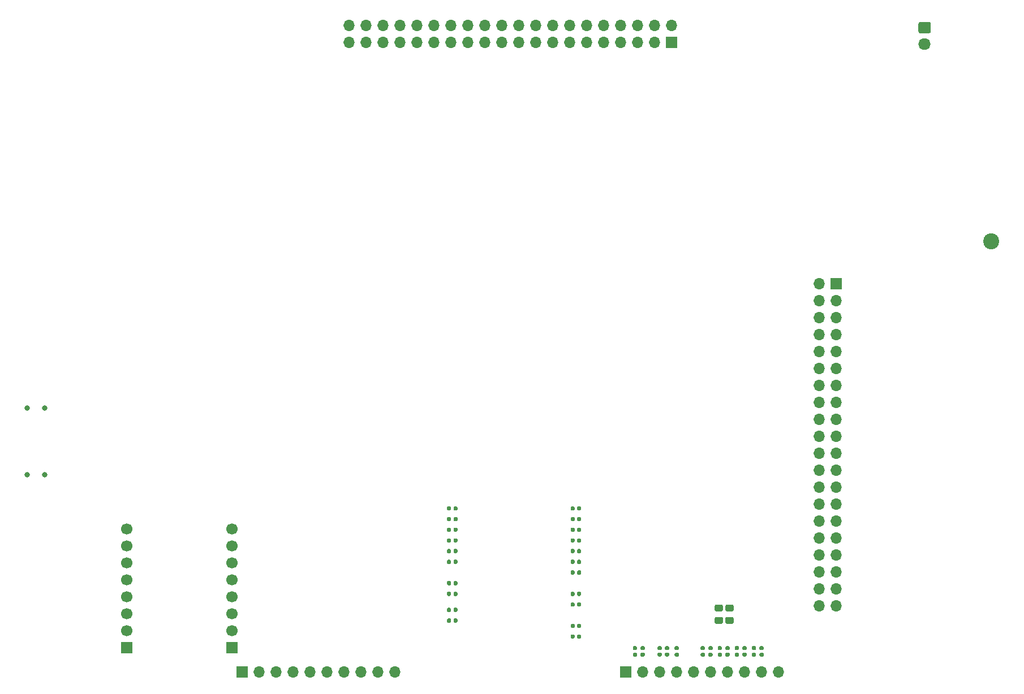
<source format=gbr>
%TF.GenerationSoftware,KiCad,Pcbnew,(5.1.7)-1*%
%TF.CreationDate,2020-11-04T13:13:29+09:00*%
%TF.ProjectId,FlightComputer,466c6967-6874-4436-9f6d-70757465722e,rev?*%
%TF.SameCoordinates,Original*%
%TF.FileFunction,Soldermask,Bot*%
%TF.FilePolarity,Negative*%
%FSLAX46Y46*%
G04 Gerber Fmt 4.6, Leading zero omitted, Abs format (unit mm)*
G04 Created by KiCad (PCBNEW (5.1.7)-1) date 2020-11-04 13:13:29*
%MOMM*%
%LPD*%
G01*
G04 APERTURE LIST*
%ADD10R,1.700000X1.700000*%
%ADD11C,1.700000*%
%ADD12C,0.800000*%
%ADD13O,1.700000X1.700000*%
%ADD14O,1.850000X1.700000*%
%ADD15C,2.400000*%
G04 APERTURE END LIST*
D10*
%TO.C,M3*%
X16630000Y-95890000D03*
D11*
X16630000Y-93350000D03*
X16630000Y-90810000D03*
X16630000Y-88270000D03*
X16630000Y-85730000D03*
X16630000Y-83190000D03*
X16630000Y-80650000D03*
X16630000Y-78110000D03*
%TD*%
%TO.C,M2*%
X32330000Y-78110000D03*
X32330000Y-80650000D03*
X32330000Y-83190000D03*
X32330000Y-85730000D03*
X32330000Y-88270000D03*
X32330000Y-90810000D03*
X32330000Y-93350000D03*
D10*
X32330000Y-95890000D03*
%TD*%
D12*
%TO.C,SW11*%
X4325000Y-60000000D03*
X1675000Y-60000000D03*
%TD*%
%TO.C,SW10*%
X4325000Y-70000000D03*
X1675000Y-70000000D03*
%TD*%
%TO.C,R94*%
G36*
G01*
X65110000Y-81252500D02*
X65110000Y-81597500D01*
G75*
G02*
X64962500Y-81745000I-147500J0D01*
G01*
X64667500Y-81745000D01*
G75*
G02*
X64520000Y-81597500I0J147500D01*
G01*
X64520000Y-81252500D01*
G75*
G02*
X64667500Y-81105000I147500J0D01*
G01*
X64962500Y-81105000D01*
G75*
G02*
X65110000Y-81252500I0J-147500D01*
G01*
G37*
G36*
G01*
X66080000Y-81252500D02*
X66080000Y-81597500D01*
G75*
G02*
X65932500Y-81745000I-147500J0D01*
G01*
X65637500Y-81745000D01*
G75*
G02*
X65490000Y-81597500I0J147500D01*
G01*
X65490000Y-81252500D01*
G75*
G02*
X65637500Y-81105000I147500J0D01*
G01*
X65932500Y-81105000D01*
G75*
G02*
X66080000Y-81252500I0J-147500D01*
G01*
G37*
%TD*%
%TO.C,R91*%
G36*
G01*
X83990000Y-81597500D02*
X83990000Y-81252500D01*
G75*
G02*
X84137500Y-81105000I147500J0D01*
G01*
X84432500Y-81105000D01*
G75*
G02*
X84580000Y-81252500I0J-147500D01*
G01*
X84580000Y-81597500D01*
G75*
G02*
X84432500Y-81745000I-147500J0D01*
G01*
X84137500Y-81745000D01*
G75*
G02*
X83990000Y-81597500I0J147500D01*
G01*
G37*
G36*
G01*
X83020000Y-81597500D02*
X83020000Y-81252500D01*
G75*
G02*
X83167500Y-81105000I147500J0D01*
G01*
X83462500Y-81105000D01*
G75*
G02*
X83610000Y-81252500I0J-147500D01*
G01*
X83610000Y-81597500D01*
G75*
G02*
X83462500Y-81745000I-147500J0D01*
G01*
X83167500Y-81745000D01*
G75*
G02*
X83020000Y-81597500I0J147500D01*
G01*
G37*
%TD*%
%TO.C,R89*%
G36*
G01*
X83990000Y-83197500D02*
X83990000Y-82852500D01*
G75*
G02*
X84137500Y-82705000I147500J0D01*
G01*
X84432500Y-82705000D01*
G75*
G02*
X84580000Y-82852500I0J-147500D01*
G01*
X84580000Y-83197500D01*
G75*
G02*
X84432500Y-83345000I-147500J0D01*
G01*
X84137500Y-83345000D01*
G75*
G02*
X83990000Y-83197500I0J147500D01*
G01*
G37*
G36*
G01*
X83020000Y-83197500D02*
X83020000Y-82852500D01*
G75*
G02*
X83167500Y-82705000I147500J0D01*
G01*
X83462500Y-82705000D01*
G75*
G02*
X83610000Y-82852500I0J-147500D01*
G01*
X83610000Y-83197500D01*
G75*
G02*
X83462500Y-83345000I-147500J0D01*
G01*
X83167500Y-83345000D01*
G75*
G02*
X83020000Y-83197500I0J147500D01*
G01*
G37*
%TD*%
%TO.C,R88*%
G36*
G01*
X65110000Y-82852500D02*
X65110000Y-83197500D01*
G75*
G02*
X64962500Y-83345000I-147500J0D01*
G01*
X64667500Y-83345000D01*
G75*
G02*
X64520000Y-83197500I0J147500D01*
G01*
X64520000Y-82852500D01*
G75*
G02*
X64667500Y-82705000I147500J0D01*
G01*
X64962500Y-82705000D01*
G75*
G02*
X65110000Y-82852500I0J-147500D01*
G01*
G37*
G36*
G01*
X66080000Y-82852500D02*
X66080000Y-83197500D01*
G75*
G02*
X65932500Y-83345000I-147500J0D01*
G01*
X65637500Y-83345000D01*
G75*
G02*
X65490000Y-83197500I0J147500D01*
G01*
X65490000Y-82852500D01*
G75*
G02*
X65637500Y-82705000I147500J0D01*
G01*
X65932500Y-82705000D01*
G75*
G02*
X66080000Y-82852500I0J-147500D01*
G01*
G37*
%TD*%
%TO.C,R85*%
G36*
G01*
X83990000Y-79997500D02*
X83990000Y-79652500D01*
G75*
G02*
X84137500Y-79505000I147500J0D01*
G01*
X84432500Y-79505000D01*
G75*
G02*
X84580000Y-79652500I0J-147500D01*
G01*
X84580000Y-79997500D01*
G75*
G02*
X84432500Y-80145000I-147500J0D01*
G01*
X84137500Y-80145000D01*
G75*
G02*
X83990000Y-79997500I0J147500D01*
G01*
G37*
G36*
G01*
X83020000Y-79997500D02*
X83020000Y-79652500D01*
G75*
G02*
X83167500Y-79505000I147500J0D01*
G01*
X83462500Y-79505000D01*
G75*
G02*
X83610000Y-79652500I0J-147500D01*
G01*
X83610000Y-79997500D01*
G75*
G02*
X83462500Y-80145000I-147500J0D01*
G01*
X83167500Y-80145000D01*
G75*
G02*
X83020000Y-79997500I0J147500D01*
G01*
G37*
%TD*%
%TO.C,R82*%
G36*
G01*
X65490000Y-91997500D02*
X65490000Y-91652500D01*
G75*
G02*
X65637500Y-91505000I147500J0D01*
G01*
X65932500Y-91505000D01*
G75*
G02*
X66080000Y-91652500I0J-147500D01*
G01*
X66080000Y-91997500D01*
G75*
G02*
X65932500Y-92145000I-147500J0D01*
G01*
X65637500Y-92145000D01*
G75*
G02*
X65490000Y-91997500I0J147500D01*
G01*
G37*
G36*
G01*
X64520000Y-91997500D02*
X64520000Y-91652500D01*
G75*
G02*
X64667500Y-91505000I147500J0D01*
G01*
X64962500Y-91505000D01*
G75*
G02*
X65110000Y-91652500I0J-147500D01*
G01*
X65110000Y-91997500D01*
G75*
G02*
X64962500Y-92145000I-147500J0D01*
G01*
X64667500Y-92145000D01*
G75*
G02*
X64520000Y-91997500I0J147500D01*
G01*
G37*
%TD*%
%TO.C,R80*%
G36*
G01*
X65490000Y-90397500D02*
X65490000Y-90052500D01*
G75*
G02*
X65637500Y-89905000I147500J0D01*
G01*
X65932500Y-89905000D01*
G75*
G02*
X66080000Y-90052500I0J-147500D01*
G01*
X66080000Y-90397500D01*
G75*
G02*
X65932500Y-90545000I-147500J0D01*
G01*
X65637500Y-90545000D01*
G75*
G02*
X65490000Y-90397500I0J147500D01*
G01*
G37*
G36*
G01*
X64520000Y-90397500D02*
X64520000Y-90052500D01*
G75*
G02*
X64667500Y-89905000I147500J0D01*
G01*
X64962500Y-89905000D01*
G75*
G02*
X65110000Y-90052500I0J-147500D01*
G01*
X65110000Y-90397500D01*
G75*
G02*
X64962500Y-90545000I-147500J0D01*
G01*
X64667500Y-90545000D01*
G75*
G02*
X64520000Y-90397500I0J147500D01*
G01*
G37*
%TD*%
%TO.C,R78*%
G36*
G01*
X65110000Y-79652500D02*
X65110000Y-79997500D01*
G75*
G02*
X64962500Y-80145000I-147500J0D01*
G01*
X64667500Y-80145000D01*
G75*
G02*
X64520000Y-79997500I0J147500D01*
G01*
X64520000Y-79652500D01*
G75*
G02*
X64667500Y-79505000I147500J0D01*
G01*
X64962500Y-79505000D01*
G75*
G02*
X65110000Y-79652500I0J-147500D01*
G01*
G37*
G36*
G01*
X66080000Y-79652500D02*
X66080000Y-79997500D01*
G75*
G02*
X65932500Y-80145000I-147500J0D01*
G01*
X65637500Y-80145000D01*
G75*
G02*
X65490000Y-79997500I0J147500D01*
G01*
X65490000Y-79652500D01*
G75*
G02*
X65637500Y-79505000I147500J0D01*
G01*
X65932500Y-79505000D01*
G75*
G02*
X66080000Y-79652500I0J-147500D01*
G01*
G37*
%TD*%
%TO.C,R74*%
G36*
G01*
X83990000Y-78397500D02*
X83990000Y-78052500D01*
G75*
G02*
X84137500Y-77905000I147500J0D01*
G01*
X84432500Y-77905000D01*
G75*
G02*
X84580000Y-78052500I0J-147500D01*
G01*
X84580000Y-78397500D01*
G75*
G02*
X84432500Y-78545000I-147500J0D01*
G01*
X84137500Y-78545000D01*
G75*
G02*
X83990000Y-78397500I0J147500D01*
G01*
G37*
G36*
G01*
X83020000Y-78397500D02*
X83020000Y-78052500D01*
G75*
G02*
X83167500Y-77905000I147500J0D01*
G01*
X83462500Y-77905000D01*
G75*
G02*
X83610000Y-78052500I0J-147500D01*
G01*
X83610000Y-78397500D01*
G75*
G02*
X83462500Y-78545000I-147500J0D01*
G01*
X83167500Y-78545000D01*
G75*
G02*
X83020000Y-78397500I0J147500D01*
G01*
G37*
%TD*%
%TO.C,R73*%
G36*
G01*
X65490000Y-87997500D02*
X65490000Y-87652500D01*
G75*
G02*
X65637500Y-87505000I147500J0D01*
G01*
X65932500Y-87505000D01*
G75*
G02*
X66080000Y-87652500I0J-147500D01*
G01*
X66080000Y-87997500D01*
G75*
G02*
X65932500Y-88145000I-147500J0D01*
G01*
X65637500Y-88145000D01*
G75*
G02*
X65490000Y-87997500I0J147500D01*
G01*
G37*
G36*
G01*
X64520000Y-87997500D02*
X64520000Y-87652500D01*
G75*
G02*
X64667500Y-87505000I147500J0D01*
G01*
X64962500Y-87505000D01*
G75*
G02*
X65110000Y-87652500I0J-147500D01*
G01*
X65110000Y-87997500D01*
G75*
G02*
X64962500Y-88145000I-147500J0D01*
G01*
X64667500Y-88145000D01*
G75*
G02*
X64520000Y-87997500I0J147500D01*
G01*
G37*
%TD*%
%TO.C,R68*%
G36*
G01*
X65110000Y-78052500D02*
X65110000Y-78397500D01*
G75*
G02*
X64962500Y-78545000I-147500J0D01*
G01*
X64667500Y-78545000D01*
G75*
G02*
X64520000Y-78397500I0J147500D01*
G01*
X64520000Y-78052500D01*
G75*
G02*
X64667500Y-77905000I147500J0D01*
G01*
X64962500Y-77905000D01*
G75*
G02*
X65110000Y-78052500I0J-147500D01*
G01*
G37*
G36*
G01*
X66080000Y-78052500D02*
X66080000Y-78397500D01*
G75*
G02*
X65932500Y-78545000I-147500J0D01*
G01*
X65637500Y-78545000D01*
G75*
G02*
X65490000Y-78397500I0J147500D01*
G01*
X65490000Y-78052500D01*
G75*
G02*
X65637500Y-77905000I147500J0D01*
G01*
X65932500Y-77905000D01*
G75*
G02*
X66080000Y-78052500I0J-147500D01*
G01*
G37*
%TD*%
%TO.C,R63*%
G36*
G01*
X65110000Y-76452500D02*
X65110000Y-76797500D01*
G75*
G02*
X64962500Y-76945000I-147500J0D01*
G01*
X64667500Y-76945000D01*
G75*
G02*
X64520000Y-76797500I0J147500D01*
G01*
X64520000Y-76452500D01*
G75*
G02*
X64667500Y-76305000I147500J0D01*
G01*
X64962500Y-76305000D01*
G75*
G02*
X65110000Y-76452500I0J-147500D01*
G01*
G37*
G36*
G01*
X66080000Y-76452500D02*
X66080000Y-76797500D01*
G75*
G02*
X65932500Y-76945000I-147500J0D01*
G01*
X65637500Y-76945000D01*
G75*
G02*
X65490000Y-76797500I0J147500D01*
G01*
X65490000Y-76452500D01*
G75*
G02*
X65637500Y-76305000I147500J0D01*
G01*
X65932500Y-76305000D01*
G75*
G02*
X66080000Y-76452500I0J-147500D01*
G01*
G37*
%TD*%
%TO.C,R60*%
G36*
G01*
X83610000Y-87652500D02*
X83610000Y-87997500D01*
G75*
G02*
X83462500Y-88145000I-147500J0D01*
G01*
X83167500Y-88145000D01*
G75*
G02*
X83020000Y-87997500I0J147500D01*
G01*
X83020000Y-87652500D01*
G75*
G02*
X83167500Y-87505000I147500J0D01*
G01*
X83462500Y-87505000D01*
G75*
G02*
X83610000Y-87652500I0J-147500D01*
G01*
G37*
G36*
G01*
X84580000Y-87652500D02*
X84580000Y-87997500D01*
G75*
G02*
X84432500Y-88145000I-147500J0D01*
G01*
X84137500Y-88145000D01*
G75*
G02*
X83990000Y-87997500I0J147500D01*
G01*
X83990000Y-87652500D01*
G75*
G02*
X84137500Y-87505000I147500J0D01*
G01*
X84432500Y-87505000D01*
G75*
G02*
X84580000Y-87652500I0J-147500D01*
G01*
G37*
%TD*%
%TO.C,R59*%
G36*
G01*
X65110000Y-74852500D02*
X65110000Y-75197500D01*
G75*
G02*
X64962500Y-75345000I-147500J0D01*
G01*
X64667500Y-75345000D01*
G75*
G02*
X64520000Y-75197500I0J147500D01*
G01*
X64520000Y-74852500D01*
G75*
G02*
X64667500Y-74705000I147500J0D01*
G01*
X64962500Y-74705000D01*
G75*
G02*
X65110000Y-74852500I0J-147500D01*
G01*
G37*
G36*
G01*
X66080000Y-74852500D02*
X66080000Y-75197500D01*
G75*
G02*
X65932500Y-75345000I-147500J0D01*
G01*
X65637500Y-75345000D01*
G75*
G02*
X65490000Y-75197500I0J147500D01*
G01*
X65490000Y-74852500D01*
G75*
G02*
X65637500Y-74705000I147500J0D01*
G01*
X65932500Y-74705000D01*
G75*
G02*
X66080000Y-74852500I0J-147500D01*
G01*
G37*
%TD*%
%TO.C,R58*%
G36*
G01*
X83610000Y-89252500D02*
X83610000Y-89597500D01*
G75*
G02*
X83462500Y-89745000I-147500J0D01*
G01*
X83167500Y-89745000D01*
G75*
G02*
X83020000Y-89597500I0J147500D01*
G01*
X83020000Y-89252500D01*
G75*
G02*
X83167500Y-89105000I147500J0D01*
G01*
X83462500Y-89105000D01*
G75*
G02*
X83610000Y-89252500I0J-147500D01*
G01*
G37*
G36*
G01*
X84580000Y-89252500D02*
X84580000Y-89597500D01*
G75*
G02*
X84432500Y-89745000I-147500J0D01*
G01*
X84137500Y-89745000D01*
G75*
G02*
X83990000Y-89597500I0J147500D01*
G01*
X83990000Y-89252500D01*
G75*
G02*
X84137500Y-89105000I147500J0D01*
G01*
X84432500Y-89105000D01*
G75*
G02*
X84580000Y-89252500I0J-147500D01*
G01*
G37*
%TD*%
%TO.C,R57*%
G36*
G01*
X83990000Y-75197500D02*
X83990000Y-74852500D01*
G75*
G02*
X84137500Y-74705000I147500J0D01*
G01*
X84432500Y-74705000D01*
G75*
G02*
X84580000Y-74852500I0J-147500D01*
G01*
X84580000Y-75197500D01*
G75*
G02*
X84432500Y-75345000I-147500J0D01*
G01*
X84137500Y-75345000D01*
G75*
G02*
X83990000Y-75197500I0J147500D01*
G01*
G37*
G36*
G01*
X83020000Y-75197500D02*
X83020000Y-74852500D01*
G75*
G02*
X83167500Y-74705000I147500J0D01*
G01*
X83462500Y-74705000D01*
G75*
G02*
X83610000Y-74852500I0J-147500D01*
G01*
X83610000Y-75197500D01*
G75*
G02*
X83462500Y-75345000I-147500J0D01*
G01*
X83167500Y-75345000D01*
G75*
G02*
X83020000Y-75197500I0J147500D01*
G01*
G37*
%TD*%
%TO.C,R53*%
G36*
G01*
X83990000Y-76797500D02*
X83990000Y-76452500D01*
G75*
G02*
X84137500Y-76305000I147500J0D01*
G01*
X84432500Y-76305000D01*
G75*
G02*
X84580000Y-76452500I0J-147500D01*
G01*
X84580000Y-76797500D01*
G75*
G02*
X84432500Y-76945000I-147500J0D01*
G01*
X84137500Y-76945000D01*
G75*
G02*
X83990000Y-76797500I0J147500D01*
G01*
G37*
G36*
G01*
X83020000Y-76797500D02*
X83020000Y-76452500D01*
G75*
G02*
X83167500Y-76305000I147500J0D01*
G01*
X83462500Y-76305000D01*
G75*
G02*
X83610000Y-76452500I0J-147500D01*
G01*
X83610000Y-76797500D01*
G75*
G02*
X83462500Y-76945000I-147500J0D01*
G01*
X83167500Y-76945000D01*
G75*
G02*
X83020000Y-76797500I0J147500D01*
G01*
G37*
%TD*%
%TO.C,R52*%
G36*
G01*
X83610000Y-92452500D02*
X83610000Y-92797500D01*
G75*
G02*
X83462500Y-92945000I-147500J0D01*
G01*
X83167500Y-92945000D01*
G75*
G02*
X83020000Y-92797500I0J147500D01*
G01*
X83020000Y-92452500D01*
G75*
G02*
X83167500Y-92305000I147500J0D01*
G01*
X83462500Y-92305000D01*
G75*
G02*
X83610000Y-92452500I0J-147500D01*
G01*
G37*
G36*
G01*
X84580000Y-92452500D02*
X84580000Y-92797500D01*
G75*
G02*
X84432500Y-92945000I-147500J0D01*
G01*
X84137500Y-92945000D01*
G75*
G02*
X83990000Y-92797500I0J147500D01*
G01*
X83990000Y-92452500D01*
G75*
G02*
X84137500Y-92305000I147500J0D01*
G01*
X84432500Y-92305000D01*
G75*
G02*
X84580000Y-92452500I0J-147500D01*
G01*
G37*
%TD*%
%TO.C,R50*%
G36*
G01*
X83610000Y-94052500D02*
X83610000Y-94397500D01*
G75*
G02*
X83462500Y-94545000I-147500J0D01*
G01*
X83167500Y-94545000D01*
G75*
G02*
X83020000Y-94397500I0J147500D01*
G01*
X83020000Y-94052500D01*
G75*
G02*
X83167500Y-93905000I147500J0D01*
G01*
X83462500Y-93905000D01*
G75*
G02*
X83610000Y-94052500I0J-147500D01*
G01*
G37*
G36*
G01*
X84580000Y-94052500D02*
X84580000Y-94397500D01*
G75*
G02*
X84432500Y-94545000I-147500J0D01*
G01*
X84137500Y-94545000D01*
G75*
G02*
X83990000Y-94397500I0J147500D01*
G01*
X83990000Y-94052500D01*
G75*
G02*
X84137500Y-93905000I147500J0D01*
G01*
X84432500Y-93905000D01*
G75*
G02*
X84580000Y-94052500I0J-147500D01*
G01*
G37*
%TD*%
%TO.C,R9*%
G36*
G01*
X98727500Y-96640000D02*
X99072500Y-96640000D01*
G75*
G02*
X99220000Y-96787500I0J-147500D01*
G01*
X99220000Y-97082500D01*
G75*
G02*
X99072500Y-97230000I-147500J0D01*
G01*
X98727500Y-97230000D01*
G75*
G02*
X98580000Y-97082500I0J147500D01*
G01*
X98580000Y-96787500D01*
G75*
G02*
X98727500Y-96640000I147500J0D01*
G01*
G37*
G36*
G01*
X98727500Y-95670000D02*
X99072500Y-95670000D01*
G75*
G02*
X99220000Y-95817500I0J-147500D01*
G01*
X99220000Y-96112500D01*
G75*
G02*
X99072500Y-96260000I-147500J0D01*
G01*
X98727500Y-96260000D01*
G75*
G02*
X98580000Y-96112500I0J147500D01*
G01*
X98580000Y-95817500D01*
G75*
G02*
X98727500Y-95670000I147500J0D01*
G01*
G37*
%TD*%
%TO.C,L6*%
G36*
G01*
X111427500Y-96640000D02*
X111772500Y-96640000D01*
G75*
G02*
X111920000Y-96787500I0J-147500D01*
G01*
X111920000Y-97082500D01*
G75*
G02*
X111772500Y-97230000I-147500J0D01*
G01*
X111427500Y-97230000D01*
G75*
G02*
X111280000Y-97082500I0J147500D01*
G01*
X111280000Y-96787500D01*
G75*
G02*
X111427500Y-96640000I147500J0D01*
G01*
G37*
G36*
G01*
X111427500Y-95670000D02*
X111772500Y-95670000D01*
G75*
G02*
X111920000Y-95817500I0J-147500D01*
G01*
X111920000Y-96112500D01*
G75*
G02*
X111772500Y-96260000I-147500J0D01*
G01*
X111427500Y-96260000D01*
G75*
G02*
X111280000Y-96112500I0J147500D01*
G01*
X111280000Y-95817500D01*
G75*
G02*
X111427500Y-95670000I147500J0D01*
G01*
G37*
%TD*%
%TO.C,L5*%
G36*
G01*
X108877500Y-96640000D02*
X109222500Y-96640000D01*
G75*
G02*
X109370000Y-96787500I0J-147500D01*
G01*
X109370000Y-97082500D01*
G75*
G02*
X109222500Y-97230000I-147500J0D01*
G01*
X108877500Y-97230000D01*
G75*
G02*
X108730000Y-97082500I0J147500D01*
G01*
X108730000Y-96787500D01*
G75*
G02*
X108877500Y-96640000I147500J0D01*
G01*
G37*
G36*
G01*
X108877500Y-95670000D02*
X109222500Y-95670000D01*
G75*
G02*
X109370000Y-95817500I0J-147500D01*
G01*
X109370000Y-96112500D01*
G75*
G02*
X109222500Y-96260000I-147500J0D01*
G01*
X108877500Y-96260000D01*
G75*
G02*
X108730000Y-96112500I0J147500D01*
G01*
X108730000Y-95817500D01*
G75*
G02*
X108877500Y-95670000I147500J0D01*
G01*
G37*
%TD*%
%TO.C,L4*%
G36*
G01*
X106327500Y-96640000D02*
X106672500Y-96640000D01*
G75*
G02*
X106820000Y-96787500I0J-147500D01*
G01*
X106820000Y-97082500D01*
G75*
G02*
X106672500Y-97230000I-147500J0D01*
G01*
X106327500Y-97230000D01*
G75*
G02*
X106180000Y-97082500I0J147500D01*
G01*
X106180000Y-96787500D01*
G75*
G02*
X106327500Y-96640000I147500J0D01*
G01*
G37*
G36*
G01*
X106327500Y-95670000D02*
X106672500Y-95670000D01*
G75*
G02*
X106820000Y-95817500I0J-147500D01*
G01*
X106820000Y-96112500D01*
G75*
G02*
X106672500Y-96260000I-147500J0D01*
G01*
X106327500Y-96260000D01*
G75*
G02*
X106180000Y-96112500I0J147500D01*
G01*
X106180000Y-95817500D01*
G75*
G02*
X106327500Y-95670000I147500J0D01*
G01*
G37*
%TD*%
%TO.C,L3*%
G36*
G01*
X103777500Y-96640000D02*
X104122500Y-96640000D01*
G75*
G02*
X104270000Y-96787500I0J-147500D01*
G01*
X104270000Y-97082500D01*
G75*
G02*
X104122500Y-97230000I-147500J0D01*
G01*
X103777500Y-97230000D01*
G75*
G02*
X103630000Y-97082500I0J147500D01*
G01*
X103630000Y-96787500D01*
G75*
G02*
X103777500Y-96640000I147500J0D01*
G01*
G37*
G36*
G01*
X103777500Y-95670000D02*
X104122500Y-95670000D01*
G75*
G02*
X104270000Y-95817500I0J-147500D01*
G01*
X104270000Y-96112500D01*
G75*
G02*
X104122500Y-96260000I-147500J0D01*
G01*
X103777500Y-96260000D01*
G75*
G02*
X103630000Y-96112500I0J147500D01*
G01*
X103630000Y-95817500D01*
G75*
G02*
X103777500Y-95670000I147500J0D01*
G01*
G37*
%TD*%
%TO.C,L2*%
G36*
G01*
X96177500Y-96640000D02*
X96522500Y-96640000D01*
G75*
G02*
X96670000Y-96787500I0J-147500D01*
G01*
X96670000Y-97082500D01*
G75*
G02*
X96522500Y-97230000I-147500J0D01*
G01*
X96177500Y-97230000D01*
G75*
G02*
X96030000Y-97082500I0J147500D01*
G01*
X96030000Y-96787500D01*
G75*
G02*
X96177500Y-96640000I147500J0D01*
G01*
G37*
G36*
G01*
X96177500Y-95670000D02*
X96522500Y-95670000D01*
G75*
G02*
X96670000Y-95817500I0J-147500D01*
G01*
X96670000Y-96112500D01*
G75*
G02*
X96522500Y-96260000I-147500J0D01*
G01*
X96177500Y-96260000D01*
G75*
G02*
X96030000Y-96112500I0J147500D01*
G01*
X96030000Y-95817500D01*
G75*
G02*
X96177500Y-95670000I147500J0D01*
G01*
G37*
%TD*%
%TO.C,L1*%
G36*
G01*
X93627500Y-96640000D02*
X93972500Y-96640000D01*
G75*
G02*
X94120000Y-96787500I0J-147500D01*
G01*
X94120000Y-97082500D01*
G75*
G02*
X93972500Y-97230000I-147500J0D01*
G01*
X93627500Y-97230000D01*
G75*
G02*
X93480000Y-97082500I0J147500D01*
G01*
X93480000Y-96787500D01*
G75*
G02*
X93627500Y-96640000I147500J0D01*
G01*
G37*
G36*
G01*
X93627500Y-95670000D02*
X93972500Y-95670000D01*
G75*
G02*
X94120000Y-95817500I0J-147500D01*
G01*
X94120000Y-96112500D01*
G75*
G02*
X93972500Y-96260000I-147500J0D01*
G01*
X93627500Y-96260000D01*
G75*
G02*
X93480000Y-96112500I0J147500D01*
G01*
X93480000Y-95817500D01*
G75*
G02*
X93627500Y-95670000I147500J0D01*
G01*
G37*
%TD*%
D13*
%TO.C,J11*%
X49870000Y-2670000D03*
X49870000Y-5210000D03*
X52410000Y-2670000D03*
X52410000Y-5210000D03*
X54950000Y-2670000D03*
X54950000Y-5210000D03*
X57490000Y-2670000D03*
X57490000Y-5210000D03*
X60030000Y-2670000D03*
X60030000Y-5210000D03*
X62570000Y-2670000D03*
X62570000Y-5210000D03*
X65110000Y-2670000D03*
X65110000Y-5210000D03*
X67650000Y-2670000D03*
X67650000Y-5210000D03*
X70190000Y-2670000D03*
X70190000Y-5210000D03*
X72730000Y-2670000D03*
X72730000Y-5210000D03*
X75270000Y-2670000D03*
X75270000Y-5210000D03*
X77810000Y-2670000D03*
X77810000Y-5210000D03*
X80350000Y-2670000D03*
X80350000Y-5210000D03*
X82890000Y-2670000D03*
X82890000Y-5210000D03*
X85430000Y-2670000D03*
X85430000Y-5210000D03*
X87970000Y-2670000D03*
X87970000Y-5210000D03*
X90510000Y-2670000D03*
X90510000Y-5210000D03*
X93050000Y-2670000D03*
X93050000Y-5210000D03*
X95590000Y-2670000D03*
X95590000Y-5210000D03*
X98130000Y-2670000D03*
D10*
X98130000Y-5210000D03*
%TD*%
D14*
%TO.C,J8*%
X136000000Y-5500000D03*
G36*
G01*
X135325000Y-2150000D02*
X136675000Y-2150000D01*
G75*
G02*
X136925000Y-2400000I0J-250000D01*
G01*
X136925000Y-3600000D01*
G75*
G02*
X136675000Y-3850000I-250000J0D01*
G01*
X135325000Y-3850000D01*
G75*
G02*
X135075000Y-3600000I0J250000D01*
G01*
X135075000Y-2400000D01*
G75*
G02*
X135325000Y-2150000I250000J0D01*
G01*
G37*
%TD*%
D13*
%TO.C,J6*%
X120230000Y-89630000D03*
X122770000Y-89630000D03*
X120230000Y-87090000D03*
X122770000Y-87090000D03*
X120230000Y-84550000D03*
X122770000Y-84550000D03*
X120230000Y-82010000D03*
X122770000Y-82010000D03*
X120230000Y-79470000D03*
X122770000Y-79470000D03*
X120230000Y-76930000D03*
X122770000Y-76930000D03*
X120230000Y-74390000D03*
X122770000Y-74390000D03*
X120230000Y-71850000D03*
X122770000Y-71850000D03*
X120230000Y-69310000D03*
X122770000Y-69310000D03*
X120230000Y-66770000D03*
X122770000Y-66770000D03*
X120230000Y-64230000D03*
X122770000Y-64230000D03*
X120230000Y-61690000D03*
X122770000Y-61690000D03*
X120230000Y-59150000D03*
X122770000Y-59150000D03*
X120230000Y-56610000D03*
X122770000Y-56610000D03*
X120230000Y-54070000D03*
X122770000Y-54070000D03*
X120230000Y-51530000D03*
X122770000Y-51530000D03*
X120230000Y-48990000D03*
X122770000Y-48990000D03*
X120230000Y-46450000D03*
X122770000Y-46450000D03*
X120230000Y-43910000D03*
X122770000Y-43910000D03*
X120230000Y-41370000D03*
D10*
X122770000Y-41370000D03*
%TD*%
D15*
%TO.C,J4*%
X146000000Y-35000000D03*
%TD*%
D13*
%TO.C,J2*%
X56730000Y-99500000D03*
X54190000Y-99500000D03*
X51650000Y-99500000D03*
X49110000Y-99500000D03*
X46570000Y-99500000D03*
X44030000Y-99500000D03*
X41490000Y-99500000D03*
X38950000Y-99500000D03*
X36410000Y-99500000D03*
D10*
X33870000Y-99500000D03*
%TD*%
D13*
%TO.C,J1*%
X114130000Y-99500000D03*
X111590000Y-99500000D03*
X109050000Y-99500000D03*
X106510000Y-99500000D03*
X103970000Y-99500000D03*
X101430000Y-99500000D03*
X98890000Y-99500000D03*
X96350000Y-99500000D03*
X93810000Y-99500000D03*
D10*
X91270000Y-99500000D03*
%TD*%
%TO.C,C48*%
G36*
G01*
X83610000Y-84452500D02*
X83610000Y-84797500D01*
G75*
G02*
X83462500Y-84945000I-147500J0D01*
G01*
X83167500Y-84945000D01*
G75*
G02*
X83020000Y-84797500I0J147500D01*
G01*
X83020000Y-84452500D01*
G75*
G02*
X83167500Y-84305000I147500J0D01*
G01*
X83462500Y-84305000D01*
G75*
G02*
X83610000Y-84452500I0J-147500D01*
G01*
G37*
G36*
G01*
X84580000Y-84452500D02*
X84580000Y-84797500D01*
G75*
G02*
X84432500Y-84945000I-147500J0D01*
G01*
X84137500Y-84945000D01*
G75*
G02*
X83990000Y-84797500I0J147500D01*
G01*
X83990000Y-84452500D01*
G75*
G02*
X84137500Y-84305000I147500J0D01*
G01*
X84432500Y-84305000D01*
G75*
G02*
X84580000Y-84452500I0J-147500D01*
G01*
G37*
%TD*%
%TO.C,C43*%
G36*
G01*
X65490000Y-86397500D02*
X65490000Y-86052500D01*
G75*
G02*
X65637500Y-85905000I147500J0D01*
G01*
X65932500Y-85905000D01*
G75*
G02*
X66080000Y-86052500I0J-147500D01*
G01*
X66080000Y-86397500D01*
G75*
G02*
X65932500Y-86545000I-147500J0D01*
G01*
X65637500Y-86545000D01*
G75*
G02*
X65490000Y-86397500I0J147500D01*
G01*
G37*
G36*
G01*
X64520000Y-86397500D02*
X64520000Y-86052500D01*
G75*
G02*
X64667500Y-85905000I147500J0D01*
G01*
X64962500Y-85905000D01*
G75*
G02*
X65110000Y-86052500I0J-147500D01*
G01*
X65110000Y-86397500D01*
G75*
G02*
X64962500Y-86545000I-147500J0D01*
G01*
X64667500Y-86545000D01*
G75*
G02*
X64520000Y-86397500I0J147500D01*
G01*
G37*
%TD*%
%TO.C,C13*%
G36*
G01*
X110622500Y-96260000D02*
X110277500Y-96260000D01*
G75*
G02*
X110130000Y-96112500I0J147500D01*
G01*
X110130000Y-95817500D01*
G75*
G02*
X110277500Y-95670000I147500J0D01*
G01*
X110622500Y-95670000D01*
G75*
G02*
X110770000Y-95817500I0J-147500D01*
G01*
X110770000Y-96112500D01*
G75*
G02*
X110622500Y-96260000I-147500J0D01*
G01*
G37*
G36*
G01*
X110622500Y-97230000D02*
X110277500Y-97230000D01*
G75*
G02*
X110130000Y-97082500I0J147500D01*
G01*
X110130000Y-96787500D01*
G75*
G02*
X110277500Y-96640000I147500J0D01*
G01*
X110622500Y-96640000D01*
G75*
G02*
X110770000Y-96787500I0J-147500D01*
G01*
X110770000Y-97082500D01*
G75*
G02*
X110622500Y-97230000I-147500J0D01*
G01*
G37*
%TD*%
%TO.C,C12*%
G36*
G01*
X108072500Y-96260000D02*
X107727500Y-96260000D01*
G75*
G02*
X107580000Y-96112500I0J147500D01*
G01*
X107580000Y-95817500D01*
G75*
G02*
X107727500Y-95670000I147500J0D01*
G01*
X108072500Y-95670000D01*
G75*
G02*
X108220000Y-95817500I0J-147500D01*
G01*
X108220000Y-96112500D01*
G75*
G02*
X108072500Y-96260000I-147500J0D01*
G01*
G37*
G36*
G01*
X108072500Y-97230000D02*
X107727500Y-97230000D01*
G75*
G02*
X107580000Y-97082500I0J147500D01*
G01*
X107580000Y-96787500D01*
G75*
G02*
X107727500Y-96640000I147500J0D01*
G01*
X108072500Y-96640000D01*
G75*
G02*
X108220000Y-96787500I0J-147500D01*
G01*
X108220000Y-97082500D01*
G75*
G02*
X108072500Y-97230000I-147500J0D01*
G01*
G37*
%TD*%
%TO.C,C11*%
G36*
G01*
X105522500Y-96260000D02*
X105177500Y-96260000D01*
G75*
G02*
X105030000Y-96112500I0J147500D01*
G01*
X105030000Y-95817500D01*
G75*
G02*
X105177500Y-95670000I147500J0D01*
G01*
X105522500Y-95670000D01*
G75*
G02*
X105670000Y-95817500I0J-147500D01*
G01*
X105670000Y-96112500D01*
G75*
G02*
X105522500Y-96260000I-147500J0D01*
G01*
G37*
G36*
G01*
X105522500Y-97230000D02*
X105177500Y-97230000D01*
G75*
G02*
X105030000Y-97082500I0J147500D01*
G01*
X105030000Y-96787500D01*
G75*
G02*
X105177500Y-96640000I147500J0D01*
G01*
X105522500Y-96640000D01*
G75*
G02*
X105670000Y-96787500I0J-147500D01*
G01*
X105670000Y-97082500D01*
G75*
G02*
X105522500Y-97230000I-147500J0D01*
G01*
G37*
%TD*%
%TO.C,C10*%
G36*
G01*
X102972500Y-96260000D02*
X102627500Y-96260000D01*
G75*
G02*
X102480000Y-96112500I0J147500D01*
G01*
X102480000Y-95817500D01*
G75*
G02*
X102627500Y-95670000I147500J0D01*
G01*
X102972500Y-95670000D01*
G75*
G02*
X103120000Y-95817500I0J-147500D01*
G01*
X103120000Y-96112500D01*
G75*
G02*
X102972500Y-96260000I-147500J0D01*
G01*
G37*
G36*
G01*
X102972500Y-97230000D02*
X102627500Y-97230000D01*
G75*
G02*
X102480000Y-97082500I0J147500D01*
G01*
X102480000Y-96787500D01*
G75*
G02*
X102627500Y-96640000I147500J0D01*
G01*
X102972500Y-96640000D01*
G75*
G02*
X103120000Y-96787500I0J-147500D01*
G01*
X103120000Y-97082500D01*
G75*
G02*
X102972500Y-97230000I-147500J0D01*
G01*
G37*
%TD*%
%TO.C,C9*%
G36*
G01*
X105825000Y-91524999D02*
X105825000Y-92075001D01*
G75*
G02*
X105575001Y-92325000I-249999J0D01*
G01*
X104824999Y-92325000D01*
G75*
G02*
X104575000Y-92075001I0J249999D01*
G01*
X104575000Y-91524999D01*
G75*
G02*
X104824999Y-91275000I249999J0D01*
G01*
X105575001Y-91275000D01*
G75*
G02*
X105825000Y-91524999I0J-249999D01*
G01*
G37*
G36*
G01*
X107425000Y-91524999D02*
X107425000Y-92075001D01*
G75*
G02*
X107175001Y-92325000I-249999J0D01*
G01*
X106424999Y-92325000D01*
G75*
G02*
X106175000Y-92075001I0J249999D01*
G01*
X106175000Y-91524999D01*
G75*
G02*
X106424999Y-91275000I249999J0D01*
G01*
X107175001Y-91275000D01*
G75*
G02*
X107425000Y-91524999I0J-249999D01*
G01*
G37*
%TD*%
%TO.C,C8*%
G36*
G01*
X105825000Y-89674999D02*
X105825000Y-90225001D01*
G75*
G02*
X105575001Y-90475000I-249999J0D01*
G01*
X104824999Y-90475000D01*
G75*
G02*
X104575000Y-90225001I0J249999D01*
G01*
X104575000Y-89674999D01*
G75*
G02*
X104824999Y-89425000I249999J0D01*
G01*
X105575001Y-89425000D01*
G75*
G02*
X105825000Y-89674999I0J-249999D01*
G01*
G37*
G36*
G01*
X107425000Y-89674999D02*
X107425000Y-90225001D01*
G75*
G02*
X107175001Y-90475000I-249999J0D01*
G01*
X106424999Y-90475000D01*
G75*
G02*
X106175000Y-90225001I0J249999D01*
G01*
X106175000Y-89674999D01*
G75*
G02*
X106424999Y-89425000I249999J0D01*
G01*
X107175001Y-89425000D01*
G75*
G02*
X107425000Y-89674999I0J-249999D01*
G01*
G37*
%TD*%
%TO.C,C7*%
G36*
G01*
X97622500Y-96260000D02*
X97277500Y-96260000D01*
G75*
G02*
X97130000Y-96112500I0J147500D01*
G01*
X97130000Y-95817500D01*
G75*
G02*
X97277500Y-95670000I147500J0D01*
G01*
X97622500Y-95670000D01*
G75*
G02*
X97770000Y-95817500I0J-147500D01*
G01*
X97770000Y-96112500D01*
G75*
G02*
X97622500Y-96260000I-147500J0D01*
G01*
G37*
G36*
G01*
X97622500Y-97230000D02*
X97277500Y-97230000D01*
G75*
G02*
X97130000Y-97082500I0J147500D01*
G01*
X97130000Y-96787500D01*
G75*
G02*
X97277500Y-96640000I147500J0D01*
G01*
X97622500Y-96640000D01*
G75*
G02*
X97770000Y-96787500I0J-147500D01*
G01*
X97770000Y-97082500D01*
G75*
G02*
X97622500Y-97230000I-147500J0D01*
G01*
G37*
%TD*%
%TO.C,C6*%
G36*
G01*
X92822500Y-96260000D02*
X92477500Y-96260000D01*
G75*
G02*
X92330000Y-96112500I0J147500D01*
G01*
X92330000Y-95817500D01*
G75*
G02*
X92477500Y-95670000I147500J0D01*
G01*
X92822500Y-95670000D01*
G75*
G02*
X92970000Y-95817500I0J-147500D01*
G01*
X92970000Y-96112500D01*
G75*
G02*
X92822500Y-96260000I-147500J0D01*
G01*
G37*
G36*
G01*
X92822500Y-97230000D02*
X92477500Y-97230000D01*
G75*
G02*
X92330000Y-97082500I0J147500D01*
G01*
X92330000Y-96787500D01*
G75*
G02*
X92477500Y-96640000I147500J0D01*
G01*
X92822500Y-96640000D01*
G75*
G02*
X92970000Y-96787500I0J-147500D01*
G01*
X92970000Y-97082500D01*
G75*
G02*
X92822500Y-97230000I-147500J0D01*
G01*
G37*
%TD*%
M02*

</source>
